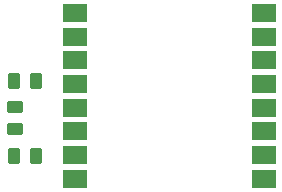
<source format=gbr>
%TF.GenerationSoftware,KiCad,Pcbnew,7.0.10*%
%TF.CreationDate,2024-01-17T20:15:58+01:00*%
%TF.ProjectId,RA01_868,52413031-5f38-4363-982e-6b696361645f,rev?*%
%TF.SameCoordinates,Original*%
%TF.FileFunction,Paste,Top*%
%TF.FilePolarity,Positive*%
%FSLAX46Y46*%
G04 Gerber Fmt 4.6, Leading zero omitted, Abs format (unit mm)*
G04 Created by KiCad (PCBNEW 7.0.10) date 2024-01-17 20:15:58*
%MOMM*%
%LPD*%
G01*
G04 APERTURE LIST*
G04 Aperture macros list*
%AMRoundRect*
0 Rectangle with rounded corners*
0 $1 Rounding radius*
0 $2 $3 $4 $5 $6 $7 $8 $9 X,Y pos of 4 corners*
0 Add a 4 corners polygon primitive as box body*
4,1,4,$2,$3,$4,$5,$6,$7,$8,$9,$2,$3,0*
0 Add four circle primitives for the rounded corners*
1,1,$1+$1,$2,$3*
1,1,$1+$1,$4,$5*
1,1,$1+$1,$6,$7*
1,1,$1+$1,$8,$9*
0 Add four rect primitives between the rounded corners*
20,1,$1+$1,$2,$3,$4,$5,0*
20,1,$1+$1,$4,$5,$6,$7,0*
20,1,$1+$1,$6,$7,$8,$9,0*
20,1,$1+$1,$8,$9,$2,$3,0*%
G04 Aperture macros list end*
%ADD10R,2.000000X1.500000*%
%ADD11RoundRect,0.250000X-0.262500X-0.450000X0.262500X-0.450000X0.262500X0.450000X-0.262500X0.450000X0*%
%ADD12RoundRect,0.250000X-0.450000X0.262500X-0.450000X-0.262500X0.450000X-0.262500X0.450000X0.262500X0*%
G04 APERTURE END LIST*
D10*
%TO.C,U1*%
X127000000Y-42545000D03*
X127000000Y-44545000D03*
X127000000Y-46545000D03*
X127000000Y-48545000D03*
X127000000Y-50545000D03*
X127000000Y-52545000D03*
X127000000Y-54545000D03*
X127000000Y-56545000D03*
X143000000Y-56545000D03*
X143000000Y-54545000D03*
X143000000Y-52545000D03*
X143000000Y-50545000D03*
X143000000Y-48545000D03*
X143000000Y-46545000D03*
X143000000Y-44545000D03*
X143000000Y-42545000D03*
%TD*%
D11*
%TO.C,M3*%
X121832500Y-54610000D03*
X123657500Y-54610000D03*
%TD*%
%TO.C,M1*%
X121832500Y-48260000D03*
X123657500Y-48260000D03*
%TD*%
D12*
%TO.C,M2*%
X121920000Y-50522500D03*
X121920000Y-52347500D03*
%TD*%
M02*

</source>
